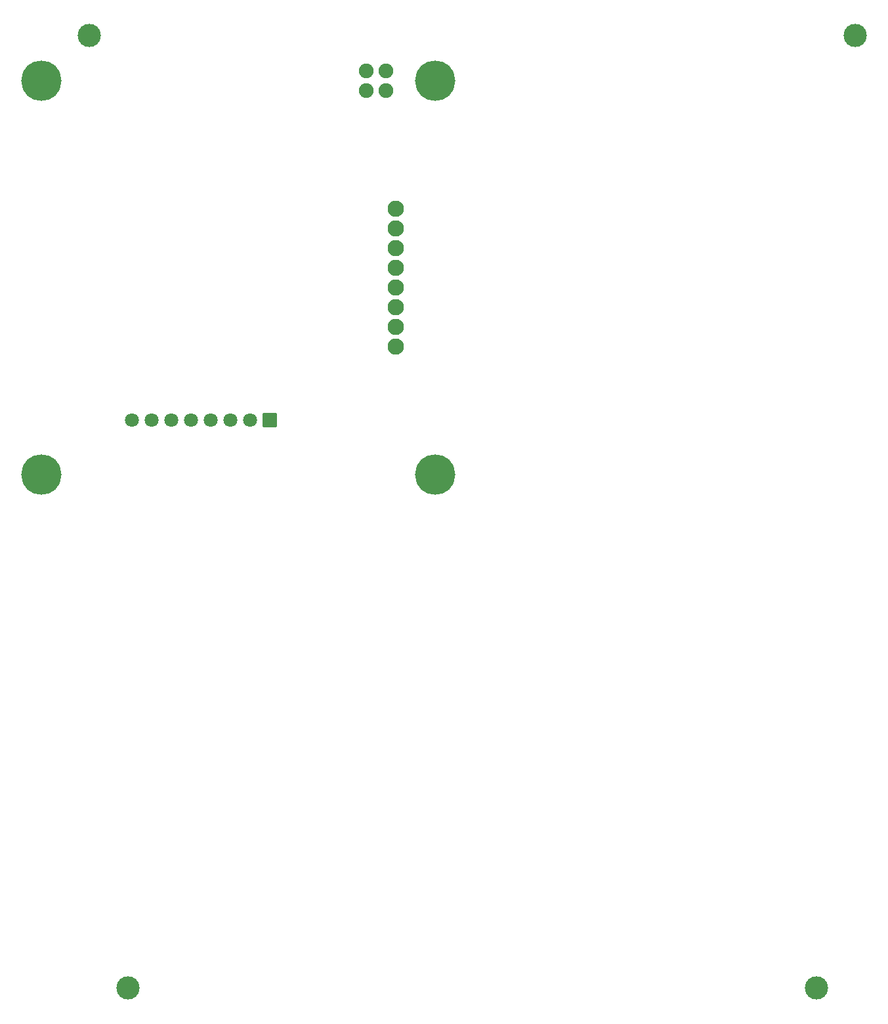
<source format=gbs>
G04 Layer: BottomSolderMaskLayer*
G04 Panelize: V-CUT, Column: 2, Row: 2, Board Size: 58.42mm x 58.42mm, Panelized Board Size: 118.84mm x 118.84mm*
G04 EasyEDA v6.5.32, 2023-07-25 14:04:49*
G04 01c93cbc548a4dda9c4b12d9fff3756e,5a6b42c53f6a479593ecc07194224c93,10*
G04 Gerber Generator version 0.2*
G04 Scale: 100 percent, Rotated: No, Reflected: No *
G04 Dimensions in millimeters *
G04 leading zeros omitted , absolute positions ,4 integer and 5 decimal *
%FSLAX45Y45*%
%MOMM*%

%AMMACRO1*1,1,$1,$2,$3*1,1,$1,$4,$5*1,1,$1,0-$2,0-$3*1,1,$1,0-$4,0-$5*20,1,$1,$2,$3,$4,$5,0*20,1,$1,$4,$5,0-$2,0-$3,0*20,1,$1,0-$2,0-$3,0-$4,0-$5,0*20,1,$1,0-$4,0-$5,$2,$3,0*4,1,4,$2,$3,$4,$5,0-$2,0-$3,0-$4,0-$5,$2,$3,0*%
%ADD10MACRO1,0.1016X-0.85X-0.85X0.85X-0.85*%
%ADD11C,1.8016*%
%ADD12C,5.2032*%
%ADD13C,1.9016*%
%ADD14C,2.1016*%
%ADD15C,3.0000*%

%LPD*%
D10*
G01*
X3331715Y1085006D03*
D11*
G01*
X3077718Y1085011D03*
G01*
X2823718Y1085011D03*
G01*
X2569718Y1085011D03*
G01*
X2315718Y1085011D03*
G01*
X2061718Y1085011D03*
G01*
X1807718Y1085011D03*
G01*
X1553718Y1085011D03*
D12*
G01*
X381000Y5461000D03*
G01*
X5461000Y5461000D03*
G01*
X5461000Y381000D03*
G01*
X381000Y381000D03*
D13*
G01*
X4572000Y5588000D03*
G01*
X4572000Y5334000D03*
G01*
X4826000Y5334000D03*
G01*
X4826000Y5588000D03*
D14*
G01*
X4956581Y2029205D03*
G01*
X4956581Y2283205D03*
G01*
X4956581Y2537205D03*
G01*
X4956581Y2791205D03*
G01*
X4956581Y3045205D03*
G01*
X4956581Y3299205D03*
G01*
X4956581Y3553205D03*
G01*
X4956581Y3807205D03*
D15*
G01*
X999997Y6041999D03*
G01*
X10884001Y6041999D03*
G01*
X1499996Y-6241999D03*
G01*
X10384002Y-6241999D03*
M02*

</source>
